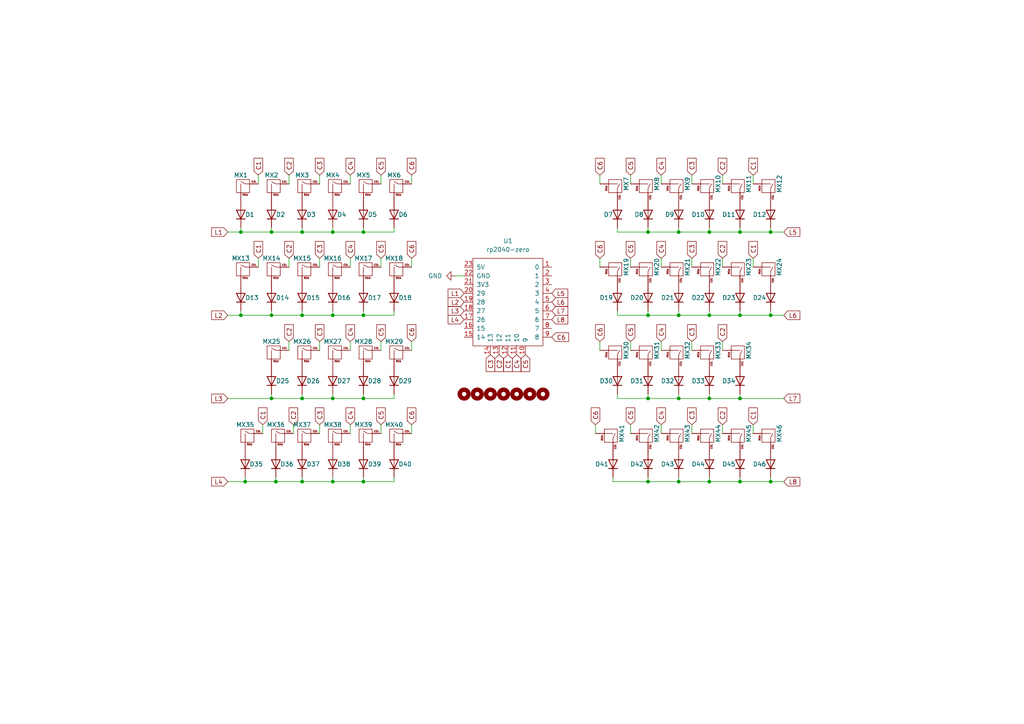
<source format=kicad_sch>
(kicad_sch (version 20230121) (generator eeschema)
  (paper "A4")
  (lib_symbols
    (symbol "Diode:1N4148" (pin_numbers hide) (pin_names hide)
      (property "Reference" "D" (at 0 2.54 0))
      (property "Value" "1N4148" (at 0 -2.54 0))
      (symbol "1N4148_0_1"
        (polyline (pts (xy -1.27 1.27) (xy -1.27 -1.27)) (stroke (width 0.254)))
        (polyline (pts (xy 1.27 0) (xy -1.27 0)))
        (polyline (pts (xy 1.27 1.27) (xy 1.27 -1.27) (xy -1.27 0) (xy 1.27 1.27)) (stroke (width 0.254)))
      )
      (symbol "1N4148_1_1"
        (pin passive line (at -3.81 0 0) (length 2.54) (name "K") (number "1"))
        (pin passive line (at 3.81 0 180) (length 2.54) (name "A") (number "2"))
      )
    )
    (symbol "Mechanical:MountingHole" (pin_names (offset 1.016))
      (property "Reference" "H" (at 0 5.08 0))
      (property "Value" "MountingHole" (at 0 3.175 0))
      (symbol "MountingHole_0_1"
        (circle (center 0 0) (radius 1.27) (stroke (width 1.27)))
      )
    )
    (symbol "PCM_0xcb:MX" (pin_names (offset 1.016))
      (property "Reference" "MX" (at -0.635 1.905 0))
      (property "Value" "MX" (at 0.635 0.635 0))
      (symbol "MX_1_0"
        (text "COL" (at 2.54 0.635 0) (effects (font (size 0.508 0.508))))
      )
      (symbol "MX_1_1"
        (polyline (pts (xy -1.27 -2.54) (xy -1.27 0)))
        (polyline (pts (xy 1.27 0) (xy 0 0) (xy -1.27 0.635)))
        (polyline (pts (xy -2.54 1.27) (xy 1.27 1.27) (xy 1.27 -2.54) (xy -2.54 -2.54) (xy -2.54 1.27)))
        (text "ROW" (at 0 -3.175 0) (effects (font (size 0.508 0.508))))
        (pin passive line (at 3.81 0 180) (length 2.54) (name "COL") (number "1"))
        (pin passive line (at -1.27 -5.08 90) (length 2.54) (name "ROW") (number "2"))
      )
    )
    (symbol "_mcu:rp2040-zero" (pin_names (offset 1.016))
      (property "Reference" "U" (at 0 15.24 0))
      (property "Value" "rp2040-zero" (at 0 12.7 0))
      (symbol "rp2040-zero_0_1"
        (rectangle (start -10.16 11.43) (end 10.16 -13.97))
      )
      (symbol "rp2040-zero_1_1"
        (pin bidirectional line (at 12.7 8.89 180) (length 2.54) (name "0") (number "1"))
        (pin bidirectional line (at 5.08 -16.51 90) (length 2.54) (name "9") (number "10"))
        (pin bidirectional line (at 2.54 -16.51 90) (length 2.54) (name "10") (number "11"))
        (pin bidirectional line (at 0 -16.51 90) (length 2.54) (name "11") (number "12"))
        (pin bidirectional line (at -2.54 -16.51 90) (length 2.54) (name "12") (number "13"))
        (pin bidirectional line (at -5.08 -16.51 90) (length 2.54) (name "13") (number "14"))
        (pin bidirectional line (at -12.7 -11.43 0) (length 2.54) (name "14") (number "15"))
        (pin bidirectional line (at -12.7 -8.89 0) (length 2.54) (name "15") (number "16"))
        (pin bidirectional line (at -12.7 -6.35 0) (length 2.54) (name "26") (number "17"))
        (pin bidirectional line (at -12.7 -3.81 0) (length 2.54) (name "27") (number "18"))
        (pin bidirectional line (at -12.7 -1.27 0) (length 2.54) (name "28") (number "19"))
        (pin bidirectional line (at 12.7 6.35 180) (length 2.54) (name "1") (number "2"))
        (pin bidirectional line (at -12.7 1.27 0) (length 2.54) (name "29") (number "20"))
        (pin power_out line (at -12.7 3.81 0) (length 2.54) (name "3V3") (number "21"))
        (pin power_out line (at -12.7 6.35 0) (length 2.54) (name "GND") (number "22"))
        (pin power_out line (at -12.7 8.89 0) (length 2.54) (name "5V") (number "23"))
        (pin bidirectional line (at 12.7 3.81 180) (length 2.54) (name "2") (number "3"))
        (pin bidirectional line (at 12.7 1.27 180) (length 2.54) (name "3") (number "4"))
        (pin bidirectional line (at 12.7 -1.27 180) (length 2.54) (name "4") (number "5"))
        (pin bidirectional line (at 12.7 -3.81 180) (length 2.54) (name "5") (number "6"))
        (pin bidirectional line (at 12.7 -6.35 180) (length 2.54) (name "6") (number "7"))
        (pin bidirectional line (at 12.7 -8.89 180) (length 2.54) (name "7") (number "8"))
        (pin bidirectional line (at 12.7 -11.43 180) (length 2.54) (name "8") (number "9"))
      )
    )
    (symbol "power:GND" (power) (pin_names (offset 0))
      (property "Value" "GND" (at 0 -3.81 0))
      (symbol "GND_0_1"
        (polyline (pts (xy 0 0) (xy 0 -1.27) (xy 1.27 -1.27) (xy 0 -2.54) (xy -1.27 -1.27) (xy 0 -1.27)))
      )
      (symbol "GND_1_1"
        (pin power_in line (at 0 0 270) (length 0) hide (name "GND") (number "1"))
      )
    )
  )
  (junction (at 196.85 67.31))
  (junction (at 223.52 67.31))
  (junction (at 205.74 115.57))
  (junction (at 196.85 115.57))
  (junction (at 96.52 91.44))
  (junction (at 105.41 139.7))
  (junction (at 69.85 91.44))
  (junction (at 214.63 91.44))
  (junction (at 187.96 67.31))
  (junction (at 205.74 139.7))
  (junction (at 80.01 139.7))
  (junction (at 87.63 115.57))
  (junction (at 78.74 67.31))
  (junction (at 87.63 91.44))
  (junction (at 196.85 139.7))
  (junction (at 187.96 91.44))
  (junction (at 214.63 139.7))
  (junction (at 96.52 139.7))
  (junction (at 196.85 91.44))
  (junction (at 187.96 115.57))
  (junction (at 87.63 67.31))
  (junction (at 105.41 67.31))
  (junction (at 78.74 115.57))
  (junction (at 214.63 67.31))
  (junction (at 96.52 115.57))
  (junction (at 214.63 115.57))
  (junction (at 87.63 139.7))
  (junction (at 105.41 91.44))
  (junction (at 205.74 67.31))
  (junction (at 205.74 91.44))
  (junction (at 223.52 139.7))
  (junction (at 71.12 139.7))
  (junction (at 187.96 139.7))
  (junction (at 105.41 115.57))
  (junction (at 78.74 91.44))
  (junction (at 223.52 91.44))
  (junction (at 69.85 67.31))
  (junction (at 96.52 67.31))
  (wire (pts (xy 69.85 67.31) (xy 69.85 66.04)))
  (wire (pts (xy 80.01 139.7) (xy 87.63 139.7)))
  (wire (pts (xy 105.41 91.44) (xy 105.41 90.17)))
  (wire (pts (xy 85.09 123.19) (xy 85.09 125.73)))
  (wire (pts (xy 74.93 74.93) (xy 74.93 77.47)))
  (wire (pts (xy 196.85 91.44) (xy 187.96 91.44)))
  (wire (pts (xy 179.07 91.44) (xy 179.07 90.17)))
  (wire (pts (xy 87.63 139.7) (xy 87.63 138.43)))
  (wire (pts (xy 105.41 139.7) (xy 114.3 139.7)))
  (wire (pts (xy 114.3 139.7) (xy 114.3 138.43)))
  (wire (pts (xy 74.93 50.8) (xy 74.93 53.34)))
  (wire (pts (xy 101.6 50.8) (xy 101.6 53.34)))
  (wire (pts (xy 105.41 139.7) (xy 105.41 138.43)))
  (wire (pts (xy 172.72 123.19) (xy 172.72 125.73)))
  (wire (pts (xy 110.49 50.8) (xy 110.49 53.34)))
  (wire (pts (xy 96.52 67.31) (xy 105.41 67.31)))
  (wire (pts (xy 96.52 91.44) (xy 105.41 91.44)))
  (wire (pts (xy 92.71 50.8) (xy 92.71 53.34)))
  (wire (pts (xy 78.74 91.44) (xy 78.74 90.17)))
  (wire (pts (xy 214.63 67.31) (xy 205.74 67.31)))
  (wire (pts (xy 223.52 91.44) (xy 223.52 90.17)))
  (wire (pts (xy 196.85 67.31) (xy 196.85 66.04)))
  (wire (pts (xy 205.74 139.7) (xy 205.74 138.43)))
  (wire (pts (xy 205.74 139.7) (xy 214.63 139.7)))
  (wire (pts (xy 96.52 67.31) (xy 96.52 66.04)))
  (wire (pts (xy 119.38 50.8) (xy 119.38 53.34)))
  (wire (pts (xy 200.66 123.19) (xy 200.66 125.73)))
  (wire (pts (xy 218.44 50.8) (xy 218.44 53.34)))
  (wire (pts (xy 200.66 99.06) (xy 200.66 101.6)))
  (wire (pts (xy 92.71 74.93) (xy 92.71 77.47)))
  (wire (pts (xy 223.52 91.44) (xy 214.63 91.44)))
  (wire (pts (xy 200.66 50.8) (xy 200.66 53.34)))
  (wire (pts (xy 187.96 115.57) (xy 179.07 115.57)))
  (wire (pts (xy 214.63 91.44) (xy 214.63 90.17)))
  (wire (pts (xy 87.63 67.31) (xy 87.63 66.04)))
  (wire (pts (xy 214.63 115.57) (xy 214.63 114.3)))
  (wire (pts (xy 227.33 67.31) (xy 223.52 67.31)))
  (wire (pts (xy 105.41 115.57) (xy 105.41 114.3)))
  (wire (pts (xy 179.07 115.57) (xy 179.07 114.3)))
  (wire (pts (xy 78.74 67.31) (xy 78.74 66.04)))
  (wire (pts (xy 187.96 91.44) (xy 179.07 91.44)))
  (wire (pts (xy 218.44 123.19) (xy 218.44 125.73)))
  (wire (pts (xy 196.85 139.7) (xy 205.74 139.7)))
  (wire (pts (xy 179.07 67.31) (xy 179.07 66.04)))
  (wire (pts (xy 173.99 50.8) (xy 173.99 53.34)))
  (wire (pts (xy 66.04 115.57) (xy 78.74 115.57)))
  (wire (pts (xy 214.63 139.7) (xy 223.52 139.7)))
  (wire (pts (xy 80.01 139.7) (xy 80.01 138.43)))
  (wire (pts (xy 66.04 67.31) (xy 69.85 67.31)))
  (wire (pts (xy 96.52 139.7) (xy 105.41 139.7)))
  (wire (pts (xy 196.85 139.7) (xy 196.85 138.43)))
  (wire (pts (xy 209.55 123.19) (xy 209.55 125.73)))
  (wire (pts (xy 110.49 99.06) (xy 110.49 101.6)))
  (wire (pts (xy 92.71 99.06) (xy 92.71 101.6)))
  (wire (pts (xy 177.8 139.7) (xy 187.96 139.7)))
  (wire (pts (xy 114.3 115.57) (xy 114.3 114.3)))
  (wire (pts (xy 191.77 123.19) (xy 191.77 125.73)))
  (wire (pts (xy 214.63 67.31) (xy 214.63 66.04)))
  (wire (pts (xy 182.88 99.06) (xy 182.88 101.6)))
  (wire (pts (xy 78.74 67.31) (xy 87.63 67.31)))
  (wire (pts (xy 114.3 91.44) (xy 114.3 90.17)))
  (wire (pts (xy 209.55 99.06) (xy 209.55 101.6)))
  (wire (pts (xy 101.6 99.06) (xy 101.6 101.6)))
  (wire (pts (xy 71.12 139.7) (xy 80.01 139.7)))
  (wire (pts (xy 87.63 139.7) (xy 96.52 139.7)))
  (wire (pts (xy 196.85 139.7) (xy 187.96 139.7)))
  (wire (pts (xy 105.41 115.57) (xy 114.3 115.57)))
  (wire (pts (xy 223.52 139.7) (xy 227.33 139.7)))
  (wire (pts (xy 96.52 115.57) (xy 105.41 115.57)))
  (wire (pts (xy 132.08 80.01) (xy 134.62 80.01)))
  (wire (pts (xy 87.63 115.57) (xy 87.63 114.3)))
  (wire (pts (xy 87.63 67.31) (xy 96.52 67.31)))
  (wire (pts (xy 196.85 91.44) (xy 196.85 90.17)))
  (wire (pts (xy 223.52 139.7) (xy 223.52 138.43)))
  (wire (pts (xy 187.96 67.31) (xy 179.07 67.31)))
  (wire (pts (xy 78.74 115.57) (xy 87.63 115.57)))
  (wire (pts (xy 187.96 115.57) (xy 187.96 114.3)))
  (wire (pts (xy 101.6 74.93) (xy 101.6 77.47)))
  (wire (pts (xy 114.3 67.31) (xy 114.3 66.04)))
  (wire (pts (xy 87.63 91.44) (xy 96.52 91.44)))
  (wire (pts (xy 214.63 91.44) (xy 205.74 91.44)))
  (wire (pts (xy 187.96 139.7) (xy 187.96 138.43)))
  (wire (pts (xy 205.74 115.57) (xy 205.74 114.3)))
  (wire (pts (xy 182.88 74.93) (xy 182.88 77.47)))
  (wire (pts (xy 92.71 123.19) (xy 92.71 125.73)))
  (wire (pts (xy 83.82 74.93) (xy 83.82 77.47)))
  (wire (pts (xy 182.88 123.19) (xy 182.88 125.73)))
  (wire (pts (xy 191.77 99.06) (xy 191.77 101.6)))
  (wire (pts (xy 223.52 67.31) (xy 223.52 66.04)))
  (wire (pts (xy 196.85 115.57) (xy 187.96 115.57)))
  (wire (pts (xy 78.74 91.44) (xy 87.63 91.44)))
  (wire (pts (xy 96.52 139.7) (xy 96.52 138.43)))
  (wire (pts (xy 205.74 91.44) (xy 196.85 91.44)))
  (wire (pts (xy 209.55 74.93) (xy 209.55 77.47)))
  (wire (pts (xy 83.82 50.8) (xy 83.82 53.34)))
  (wire (pts (xy 173.99 99.06) (xy 173.99 101.6)))
  (wire (pts (xy 214.63 139.7) (xy 214.63 138.43)))
  (wire (pts (xy 110.49 74.93) (xy 110.49 77.47)))
  (wire (pts (xy 205.74 67.31) (xy 205.74 66.04)))
  (wire (pts (xy 76.2 123.19) (xy 76.2 125.73)))
  (wire (pts (xy 69.85 91.44) (xy 69.85 90.17)))
  (wire (pts (xy 69.85 91.44) (xy 78.74 91.44)))
  (wire (pts (xy 177.8 139.7) (xy 177.8 138.43)))
  (wire (pts (xy 78.74 115.57) (xy 78.74 114.3)))
  (wire (pts (xy 187.96 67.31) (xy 187.96 66.04)))
  (wire (pts (xy 66.04 91.44) (xy 69.85 91.44)))
  (wire (pts (xy 196.85 115.57) (xy 196.85 114.3)))
  (wire (pts (xy 87.63 91.44) (xy 87.63 90.17)))
  (wire (pts (xy 110.49 123.19) (xy 110.49 125.73)))
  (wire (pts (xy 96.52 91.44) (xy 96.52 90.17)))
  (wire (pts (xy 223.52 67.31) (xy 214.63 67.31)))
  (wire (pts (xy 191.77 74.93) (xy 191.77 77.47)))
  (wire (pts (xy 209.55 50.8) (xy 209.55 53.34)))
  (wire (pts (xy 87.63 115.57) (xy 96.52 115.57)))
  (wire (pts (xy 205.74 91.44) (xy 205.74 90.17)))
  (wire (pts (xy 101.6 123.19) (xy 101.6 125.73)))
  (wire (pts (xy 182.88 50.8) (xy 182.88 53.34)))
  (wire (pts (xy 214.63 115.57) (xy 205.74 115.57)))
  (wire (pts (xy 196.85 67.31) (xy 187.96 67.31)))
  (wire (pts (xy 105.41 67.31) (xy 114.3 67.31)))
  (wire (pts (xy 227.33 91.44) (xy 223.52 91.44)))
  (wire (pts (xy 187.96 91.44) (xy 187.96 90.17)))
  (wire (pts (xy 214.63 115.57) (xy 227.33 115.57)))
  (wire (pts (xy 83.82 99.06) (xy 83.82 101.6)))
  (wire (pts (xy 191.77 50.8) (xy 191.77 53.34)))
  (wire (pts (xy 119.38 99.06) (xy 119.38 101.6)))
  (wire (pts (xy 218.44 74.93) (xy 218.44 77.47)))
  (wire (pts (xy 105.41 91.44) (xy 114.3 91.44)))
  (wire (pts (xy 105.41 67.31) (xy 105.41 66.04)))
  (wire (pts (xy 205.74 67.31) (xy 196.85 67.31)))
  (wire (pts (xy 119.38 123.19) (xy 119.38 125.73)))
  (wire (pts (xy 173.99 74.93) (xy 173.99 77.47)))
  (wire (pts (xy 71.12 139.7) (xy 71.12 138.43)))
  (wire (pts (xy 69.85 67.31) (xy 78.74 67.31)))
  (wire (pts (xy 200.66 74.93) (xy 200.66 77.47)))
  (wire (pts (xy 119.38 74.93) (xy 119.38 77.47)))
  (wire (pts (xy 66.04 139.7) (xy 71.12 139.7)))
  (wire (pts (xy 96.52 115.57) (xy 96.52 114.3)))
  (wire (pts (xy 205.74 115.57) (xy 196.85 115.57)))
  (global_label "C4" (shape input) (at 149.86 102.87 270) (property "Intersheetrefs" "${INTERSHEET_REFS}" (effects hide)))
  (global_label "C1" (shape input) (at 147.32 102.87 270) (property "Intersheetrefs" "${INTERSHEET_REFS}" (effects hide)))
  (global_label "L1" (shape input) (at 66.04 67.31 180) (property "Intersheetrefs" "${INTERSHEET_REFS}" (effects hide)))
  (global_label "C2" (shape input) (at 83.82 99.06 90) (property "Intersheetrefs" "${INTERSHEET_REFS}" (effects hide)))
  (global_label "C6" (shape input) (at 119.38 99.06 90) (property "Intersheetrefs" "${INTERSHEET_REFS}" (effects hide)))
  (global_label "C4" (shape input) (at 191.77 74.93 90) (property "Intersheetrefs" "${INTERSHEET_REFS}" (effects hide)))
  (global_label "C6" (shape input) (at 173.99 74.93 90) (property "Intersheetrefs" "${INTERSHEET_REFS}" (effects hide)))
  (global_label "C1" (shape input) (at 218.44 74.93 90) (property "Intersheetrefs" "${INTERSHEET_REFS}" (effects hide)))
  (global_label "C1" (shape input) (at 218.44 123.19 90) (property "Intersheetrefs" "${INTERSHEET_REFS}" (effects hide)))
  (global_label "L7" (shape input) (at 227.33 115.57 0) (property "Intersheetrefs" "${INTERSHEET_REFS}" (effects hide)))
  (global_label "C5" (shape input) (at 110.49 123.19 90) (property "Intersheetrefs" "${INTERSHEET_REFS}" (effects hide)))
  (global_label "C2" (shape input) (at 85.09 123.19 90) (property "Intersheetrefs" "${INTERSHEET_REFS}" (effects hide)))
  (global_label "C1" (shape input) (at 218.44 50.8 90) (property "Intersheetrefs" "${INTERSHEET_REFS}" (effects hide)))
  (global_label "C1" (shape input) (at 76.2 123.19 90) (property "Intersheetrefs" "${INTERSHEET_REFS}" (effects hide)))
  (global_label "C3" (shape input) (at 92.71 99.06 90) (property "Intersheetrefs" "${INTERSHEET_REFS}" (effects hide)))
  (global_label "C6" (shape input) (at 119.38 123.19 90) (property "Intersheetrefs" "${INTERSHEET_REFS}" (effects hide)))
  (global_label "C6" (shape input) (at 173.99 50.8 90) (property "Intersheetrefs" "${INTERSHEET_REFS}" (effects hide)))
  (global_label "C3" (shape input) (at 92.71 74.93 90) (property "Intersheetrefs" "${INTERSHEET_REFS}" (effects hide)))
  (global_label "C6" (shape input) (at 172.72 123.19 90) (property "Intersheetrefs" "${INTERSHEET_REFS}" (effects hide)))
  (global_label "C5" (shape input) (at 152.4 102.87 270) (property "Intersheetrefs" "${INTERSHEET_REFS}" (effects hide)))
  (global_label "C2" (shape input) (at 209.55 99.06 90) (property "Intersheetrefs" "${INTERSHEET_REFS}" (effects hide)))
  (global_label "C5" (shape input) (at 182.88 74.93 90) (property "Intersheetrefs" "${INTERSHEET_REFS}" (effects hide)))
  (global_label "C2" (shape input) (at 144.78 102.87 270) (property "Intersheetrefs" "${INTERSHEET_REFS}" (effects hide)))
  (global_label "C3" (shape input) (at 92.71 50.8 90) (property "Intersheetrefs" "${INTERSHEET_REFS}" (effects hide)))
  (global_label "L6" (shape input) (at 160.02 87.63 0) (property "Intersheetrefs" "${INTERSHEET_REFS}" (effects hide)))
  (global_label "C3" (shape input) (at 142.24 102.87 270) (property "Intersheetrefs" "${INTERSHEET_REFS}" (effects hide)))
  (global_label "C3" (shape input) (at 200.66 74.93 90) (property "Intersheetrefs" "${INTERSHEET_REFS}" (effects hide)))
  (global_label "C4" (shape input) (at 191.77 123.19 90) (property "Intersheetrefs" "${INTERSHEET_REFS}" (effects hide)))
  (global_label "C2" (shape input) (at 209.55 123.19 90) (property "Intersheetrefs" "${INTERSHEET_REFS}" (effects hide)))
  (global_label "C2" (shape input) (at 209.55 74.93 90) (property "Intersheetrefs" "${INTERSHEET_REFS}" (effects hide)))
  (global_label "C3" (shape input) (at 200.66 50.8 90) (property "Intersheetrefs" "${INTERSHEET_REFS}" (effects hide)))
  (global_label "C5" (shape input) (at 182.88 99.06 90) (property "Intersheetrefs" "${INTERSHEET_REFS}" (effects hide)))
  (global_label "C2" (shape input) (at 209.55 50.8 90) (property "Intersheetrefs" "${INTERSHEET_REFS}" (effects hide)))
  (global_label "C6" (shape input) (at 119.38 74.93 90) (property "Intersheetrefs" "${INTERSHEET_REFS}" (effects hide)))
  (global_label "L1" (shape input) (at 134.62 85.09 180) (property "Intersheetrefs" "${INTERSHEET_REFS}" (effects hide)))
  (global_label "C6" (shape input) (at 119.38 50.8 90) (property "Intersheetrefs" "${INTERSHEET_REFS}" (effects hide)))
  (global_label "C5" (shape input) (at 110.49 99.06 90) (property "Intersheetrefs" "${INTERSHEET_REFS}" (effects hide)))
  (global_label "C3" (shape input) (at 200.66 99.06 90) (property "Intersheetrefs" "${INTERSHEET_REFS}" (effects hide)))
  (global_label "C4" (shape input) (at 101.6 123.19 90) (property "Intersheetrefs" "${INTERSHEET_REFS}" (effects hide)))
  (global_label "L4" (shape input) (at 66.04 139.7 180) (property "Intersheetrefs" "${INTERSHEET_REFS}" (effects hide)))
  (global_label "C1" (shape input) (at 74.93 74.93 90) (property "Intersheetrefs" "${INTERSHEET_REFS}" (effects hide)))
  (global_label "L4" (shape input) (at 134.62 92.71 180) (property "Intersheetrefs" "${INTERSHEET_REFS}" (effects hide)))
  (global_label "C6" (shape input) (at 160.02 97.79 0) (property "Intersheetrefs" "${INTERSHEET_REFS}" (effects hide)))
  (global_label "C4" (shape input) (at 101.6 74.93 90) (property "Intersheetrefs" "${INTERSHEET_REFS}" (effects hide)))
  (global_label "L2" (shape input) (at 134.62 87.63 180) (property "Intersheetrefs" "${INTERSHEET_REFS}" (effects hide)))
  (global_label "C3" (shape input) (at 92.71 123.19 90) (property "Intersheetrefs" "${INTERSHEET_REFS}" (effects hide)))
  (global_label "C4" (shape input) (at 101.6 99.06 90) (property "Intersheetrefs" "${INTERSHEET_REFS}" (effects hide)))
  (global_label "C4" (shape input) (at 101.6 50.8 90) (property "Intersheetrefs" "${INTERSHEET_REFS}" (effects hide)))
  (global_label "L5" (shape input) (at 227.33 67.31 0) (property "Intersheetrefs" "${INTERSHEET_REFS}" (effects hide)))
  (global_label "L3" (shape input) (at 66.04 115.57 180) (property "Intersheetrefs" "${INTERSHEET_REFS}" (effects hide)))
  (global_label "C6" (shape input) (at 173.99 99.06 90) (property "Intersheetrefs" "${INTERSHEET_REFS}" (effects hide)))
  (global_label "L3" (shape input) (at 134.62 90.17 180) (property "Intersheetrefs" "${INTERSHEET_REFS}" (effects hide)))
  (global_label "L6" (shape input) (at 227.33 91.44 0) (property "Intersheetrefs" "${INTERSHEET_REFS}" (effects hide)))
  (global_label "L8" (shape input) (at 227.33 139.7 0) (property "Intersheetrefs" "${INTERSHEET_REFS}" (effects hide)))
  (global_label "C2" (shape input) (at 83.82 50.8 90) (property "Intersheetrefs" "${INTERSHEET_REFS}" (effects hide)))
  (global_label "L8" (shape input) (at 160.02 92.71 0) (property "Intersheetrefs" "${INTERSHEET_REFS}" (effects hide)))
  (global_label "C1" (shape input) (at 74.93 50.8 90) (property "Intersheetrefs" "${INTERSHEET_REFS}" (effects hide)))
  (global_label "C5" (shape input) (at 182.88 123.19 90) (property "Intersheetrefs" "${INTERSHEET_REFS}" (effects hide)))
  (global_label "C5" (shape input) (at 110.49 74.93 90) (property "Intersheetrefs" "${INTERSHEET_REFS}" (effects hide)))
  (global_label "L7" (shape input) (at 160.02 90.17 0) (property "Intersheetrefs" "${INTERSHEET_REFS}" (effects hide)))
  (global_label "C3" (shape input) (at 200.66 123.19 90) (property "Intersheetrefs" "${INTERSHEET_REFS}" (effects hide)))
  (global_label "L2" (shape input) (at 66.04 91.44 180) (property "Intersheetrefs" "${INTERSHEET_REFS}" (effects hide)))
  (global_label "C4" (shape input) (at 191.77 50.8 90) (property "Intersheetrefs" "${INTERSHEET_REFS}" (effects hide)))
  (global_label "C2" (shape input) (at 83.82 74.93 90) (property "Intersheetrefs" "${INTERSHEET_REFS}" (effects hide)))
  (global_label "C5" (shape input) (at 110.49 50.8 90) (property "Intersheetrefs" "${INTERSHEET_REFS}" (effects hide)))
  (global_label "C4" (shape input) (at 191.77 99.06 90) (property "Intersheetrefs" "${INTERSHEET_REFS}" (effects hide)))
  (global_label "C5" (shape input) (at 182.88 50.8 90) (property "Intersheetrefs" "${INTERSHEET_REFS}" (effects hide)))
  (global_label "L5" (shape input) (at 160.02 85.09 0) (property "Intersheetrefs" "${INTERSHEET_REFS}" (effects hide)))
  (symbol (lib_id "Diode:1N4148") (at 214.63 134.62 270) (mirror x) (unit 1)
    (property "Reference" "D45" (at 213.36 134.62 90) (effects (justify right)))
    (property "Value" "1N4148" (effects hide))
    (property "Footprint" "Diode_THT:D_DO-35_SOD27_P7.62mm_Horizontal" (effects hide))
    (property "Datasheet" "https://assets.nexperia.com/documents/data-sheet/1N4148_1N4448.pdf" (effects hide))
    (property "Sim.Device" "D" (effects hide))
    (property "Sim.Pins" "1=K 2=A" (effects hide))
  )
  (symbol (lib_id "Diode:1N4148") (at 87.63 62.23 90) (unit 1)
    (property "Reference" "D3" (at 88.9 62.23 90) (effects (justify right)))
    (property "Value" "1N4148" (effects hide))
    (property "Footprint" "Diode_THT:D_DO-35_SOD27_P7.62mm_Horizontal" (effects hide))
    (property "Datasheet" "https://assets.nexperia.com/documents/data-sheet/1N4148_1N4448.pdf" (effects hide))
    (property "Sim.Device" "D" (effects hide))
    (property "Sim.Pins" "1=K 2=A" (effects hide))
  )
  (symbol (lib_id "Diode:1N4148") (at 105.41 62.23 90) (unit 1)
    (property "Reference" "D5" (at 106.68 62.23 90) (effects (justify right)))
    (property "Value" "1N4148" (effects hide))
    (property "Footprint" "Diode_THT:D_DO-35_SOD27_P7.62mm_Horizontal" (effects hide))
    (property "Datasheet" "https://assets.nexperia.com/documents/data-sheet/1N4148_1N4448.pdf" (effects hide))
    (property "Sim.Device" "D" (effects hide))
    (property "Sim.Pins" "1=K 2=A" (effects hide))
  )
  (symbol (lib_id "PCM_0xcb:MX") (at 80.01 77.47 0) (unit 1)
    (property "Reference" "MX14" (at 78.74 74.93 0))
    (property "Value" "MX" (effects hide))
    (property "Footprint" "_mx:MX-Alps-Hybrid-1U" (effects hide))
  )
  (symbol (lib_id "Diode:1N4148") (at 187.96 62.23 270) (mirror x) (unit 1)
    (property "Reference" "D8" (at 186.69 62.23 90) (effects (justify right)))
    (property "Value" "1N4148" (effects hide))
    (property "Footprint" "Diode_THT:D_DO-35_SOD27_P7.62mm_Horizontal" (effects hide))
    (property "Datasheet" "https://assets.nexperia.com/documents/data-sheet/1N4148_1N4448.pdf" (effects hide))
    (property "Sim.Device" "D" (effects hide))
    (property "Sim.Pins" "1=K 2=A" (effects hide))
  )
  (symbol (lib_id "Diode:1N4148") (at 87.63 110.49 90) (unit 1)
    (property "Reference" "D26" (at 88.9 110.49 90) (effects (justify right)))
    (property "Value" "1N4148" (effects hide))
    (property "Footprint" "Diode_THT:D_DO-35_SOD27_P7.62mm_Horizontal" (effects hide))
    (property "Datasheet" "https://assets.nexperia.com/documents/data-sheet/1N4148_1N4448.pdf" (effects hide))
    (property "Sim.Device" "D" (effects hide))
    (property "Sim.Pins" "1=K 2=A" (effects hide))
  )
  (symbol (lib_id "Diode:1N4148") (at 187.96 110.49 270) (mirror x) (unit 1)
    (property "Reference" "D31" (at 186.69 110.49 90) (effects (justify right)))
    (property "Value" "1N4148" (effects hide))
    (property "Footprint" "Diode_THT:D_DO-35_SOD27_P7.62mm_Horizontal" (effects hide))
    (property "Datasheet" "https://assets.nexperia.com/documents/data-sheet/1N4148_1N4448.pdf" (effects hide))
    (property "Sim.Device" "D" (effects hide))
    (property "Sim.Pins" "1=K 2=A" (effects hide))
  )
  (symbol (lib_id "PCM_0xcb:MX") (at 205.74 102.87 270) (unit 1)
    (property "Reference" "MX33" (at 208.28 101.6 0))
    (property "Value" "MX" (effects hide))
    (property "Footprint" "_mx:MX-Alps-Hybrid-1U" (effects hide))
  )
  (symbol (lib_id "Diode:1N4148") (at 87.63 134.62 90) (unit 1)
    (property "Reference" "D37" (at 88.9 134.62 90) (effects (justify right)))
    (property "Value" "1N4148" (effects hide))
    (property "Footprint" "Diode_THT:D_DO-35_SOD27_P7.62mm_Horizontal" (effects hide))
    (property "Datasheet" "https://assets.nexperia.com/documents/data-sheet/1N4148_1N4448.pdf" (effects hide))
    (property "Sim.Device" "D" (effects hide))
    (property "Sim.Pins" "1=K 2=A" (effects hide))
  )
  (symbol (lib_id "Diode:1N4148") (at 214.63 110.49 270) (mirror x) (unit 1)
    (property "Reference" "D34" (at 213.36 110.49 90) (effects (justify right)))
    (property "Value" "1N4148" (effects hide))
    (property "Footprint" "Diode_THT:D_DO-35_SOD27_P7.62mm_Horizontal" (effects hide))
    (property "Datasheet" "https://assets.nexperia.com/documents/data-sheet/1N4148_1N4448.pdf" (effects hide))
    (property "Sim.Device" "D" (effects hide))
    (property "Sim.Pins" "1=K 2=A" (effects hide))
  )
  (symbol (lib_id "PCM_0xcb:MX") (at 81.28 125.73 0) (unit 1)
    (property "Reference" "MX36" (at 80.01 123.19 0))
    (property "Value" "MX" (effects hide))
    (property "Footprint" "_mx:MX-Alps-Hybrid-1U" (effects hide))
  )
  (symbol (lib_id "PCM_0xcb:MX") (at 214.63 78.74 270) (unit 1)
    (property "Reference" "MX23" (at 217.17 77.47 0))
    (property "Value" "MX" (effects hide))
    (property "Footprint" "_mx:MX-Alps-Hybrid-1U" (effects hide))
  )
  (symbol (lib_id "Diode:1N4148") (at 214.63 62.23 270) (mirror x) (unit 1)
    (property "Reference" "D11" (at 213.36 62.23 90) (effects (justify right)))
    (property "Value" "1N4148" (effects hide))
    (property "Footprint" "Diode_THT:D_DO-35_SOD27_P7.62mm_Horizontal" (effects hide))
    (property "Datasheet" "https://assets.nexperia.com/documents/data-sheet/1N4148_1N4448.pdf" (effects hide))
    (property "Sim.Device" "D" (effects hide))
    (property "Sim.Pins" "1=K 2=A" (effects hide))
  )
  (symbol (lib_id "Diode:1N4148") (at 78.74 86.36 90) (unit 1)
    (property "Reference" "D14" (at 80.01 86.36 90) (effects (justify right)))
    (property "Value" "1N4148" (effects hide))
    (property "Footprint" "Diode_THT:D_DO-35_SOD27_P7.62mm_Horizontal" (effects hide))
    (property "Datasheet" "https://assets.nexperia.com/documents/data-sheet/1N4148_1N4448.pdf" (effects hide))
    (property "Sim.Device" "D" (effects hide))
    (property "Sim.Pins" "1=K 2=A" (effects hide))
  )
  (symbol (lib_id "Diode:1N4148") (at 214.63 86.36 270) (mirror x) (unit 1)
    (property "Reference" "D23" (at 213.36 86.36 90) (effects (justify right)))
    (property "Value" "1N4148" (effects hide))
    (property "Footprint" "Diode_THT:D_DO-35_SOD27_P7.62mm_Horizontal" (effects hide))
    (property "Datasheet" "https://assets.nexperia.com/documents/data-sheet/1N4148_1N4448.pdf" (effects hide))
    (property "Sim.Device" "D" (effects hide))
    (property "Sim.Pins" "1=K 2=A" (effects hide))
  )
  (symbol (lib_id "power:GND") (at 132.08 80.01 270) (unit 1)
    (property "Reference" "#PWR01" (effects hide))
    (property "Value" "GND" (at 128.27 80.01 90) (effects (justify right)))
  )
  (symbol (lib_id "PCM_0xcb:MX") (at 179.07 78.74 270) (unit 1)
    (property "Reference" "MX19" (at 181.61 77.47 0))
    (property "Value" "MX" (effects hide))
    (property "Footprint" "_mx:MX-Alps-Hybrid-1U" (effects hide))
  )
  (symbol (lib_id "Diode:1N4148") (at 196.85 134.62 270) (mirror x) (unit 1)
    (property "Reference" "D43" (at 195.58 134.62 90) (effects (justify right)))
    (property "Value" "1N4148" (effects hide))
    (property "Footprint" "Diode_THT:D_DO-35_SOD27_P7.62mm_Horizontal" (effects hide))
    (property "Datasheet" "https://assets.nexperia.com/documents/data-sheet/1N4148_1N4448.pdf" (effects hide))
    (property "Sim.Device" "D" (effects hide))
    (property "Sim.Pins" "1=K 2=A" (effects hide))
  )
  (symbol (lib_id "Diode:1N4148") (at 179.07 86.36 270) (mirror x) (unit 1)
    (property "Reference" "D19" (at 177.8 86.36 90) (effects (justify right)))
    (property "Value" "1N4148" (effects hide))
    (property "Footprint" "Diode_THT:D_DO-35_SOD27_P7.62mm_Horizontal" (effects hide))
    (property "Datasheet" "https://assets.nexperia.com/documents/data-sheet/1N4148_1N4448.pdf" (effects hide))
    (property "Sim.Device" "D" (effects hide))
    (property "Sim.Pins" "1=K 2=A" (effects hide))
  )
  (symbol (lib_id "Diode:1N4148") (at 205.74 134.62 270) (mirror x) (unit 1)
    (property "Reference" "D44" (at 204.47 134.62 90) (effects (justify right)))
    (property "Value" "1N4148" (effects hide))
    (property "Footprint" "Diode_THT:D_DO-35_SOD27_P7.62mm_Horizontal" (effects hide))
    (property "Datasheet" "https://assets.nexperia.com/documents/data-sheet/1N4148_1N4448.pdf" (effects hide))
    (property "Sim.Device" "D" (effects hide))
    (property "Sim.Pins" "1=K 2=A" (effects hide))
  )
  (symbol (lib_id "Diode:1N4148") (at 69.85 62.23 90) (unit 1)
    (property "Reference" "D1" (at 71.12 62.23 90) (effects (justify right)))
    (property "Value" "1N4148" (effects hide))
    (property "Footprint" "Diode_THT:D_DO-35_SOD27_P7.62mm_Horizontal" (effects hide))
    (property "Datasheet" "https://assets.nexperia.com/documents/data-sheet/1N4148_1N4448.pdf" (effects hide))
    (property "Sim.Device" "D" (effects hide))
    (property "Sim.Pins" "1=K 2=A" (effects hide))
  )
  (symbol (lib_id "Diode:1N4148") (at 196.85 62.23 270) (mirror x) (unit 1)
    (property "Reference" "D9" (at 195.58 62.23 90) (effects (justify right)))
    (property "Value" "1N4148" (effects hide))
    (property "Footprint" "Diode_THT:D_DO-35_SOD27_P7.62mm_Horizontal" (effects hide))
    (property "Datasheet" "https://assets.nexperia.com/documents/data-sheet/1N4148_1N4448.pdf" (effects hide))
    (property "Sim.Device" "D" (effects hide))
    (property "Sim.Pins" "1=K 2=A" (effects hide))
  )
  (symbol (lib_id "Diode:1N4148") (at 69.85 86.36 90) (unit 1)
    (property "Reference" "D13" (at 71.12 86.36 90) (effects (justify right)))
    (property "Value" "1N4148" (effects hide))
    (property "Footprint" "Diode_THT:D_DO-35_SOD27_P7.62mm_Horizontal" (effects hide))
    (property "Datasheet" "https://assets.nexperia.com/documents/data-sheet/1N4148_1N4448.pdf" (effects hide))
    (property "Sim.Device" "D" (effects hide))
    (property "Sim.Pins" "1=K 2=A" (effects hide))
  )
  (symbol (lib_id "Diode:1N4148") (at 114.3 110.49 90) (unit 1)
    (property "Reference" "D29" (at 115.57 110.49 90) (effects (justify right)))
    (property "Value" "1N4148" (effects hide))
    (property "Footprint" "Diode_THT:D_DO-35_SOD27_P7.62mm_Horizontal" (effects hide))
    (property "Datasheet" "https://assets.nexperia.com/documents/data-sheet/1N4148_1N4448.pdf" (effects hide))
    (property "Sim.Device" "D" (effects hide))
    (property "Sim.Pins" "1=K 2=A" (effects hide))
  )
  (symbol (lib_id "PCM_0xcb:MX") (at 205.74 78.74 270) (unit 1)
    (property "Reference" "MX22" (at 208.28 77.47 0))
    (property "Value" "MX" (effects hide))
    (property "Footprint" "_mx:MX-Alps-Hybrid-1U" (effects hide))
  )
  (symbol (lib_id "Diode:1N4148") (at 71.12 134.62 90) (unit 1)
    (property "Reference" "D35" (at 72.39 134.62 90) (effects (justify right)))
    (property "Value" "1N4148" (effects hide))
    (property "Footprint" "Diode_THT:D_DO-35_SOD27_P7.62mm_Horizontal" (effects hide))
    (property "Datasheet" "https://assets.nexperia.com/documents/data-sheet/1N4148_1N4448.pdf" (effects hide))
    (property "Sim.Device" "D" (effects hide))
    (property "Sim.Pins" "1=K 2=A" (effects hide))
  )
  (symbol (lib_id "PCM_0xcb:MX") (at 88.9 125.73 0) (unit 1)
    (property "Reference" "MX37" (at 87.63 123.19 0))
    (property "Value" "MX" (effects hide))
    (property "Footprint" "_mx:MX-Alps-Hybrid-1U" (effects hide))
  )
  (symbol (lib_id "Mechanical:MountingHole") (at 157.48 114.3 0) (unit 1)
    (property "Reference" "H7" (effects hide))
    (property "Value" "MountingHole" (effects hide))
    (property "Footprint" "MountingHole:MountingHole_2.2mm_M2" (effects hide))
  )
  (symbol (lib_id "PCM_0xcb:MX") (at 205.74 54.61 270) (unit 1)
    (property "Reference" "MX10" (at 208.28 53.34 0))
    (property "Value" "MX" (effects hide))
    (property "Footprint" "_mx:MX-Alps-Hybrid-1U" (effects hide))
  )
  (symbol (lib_id "PCM_0xcb:MX") (at 80.01 101.6 0) (unit 1)
    (property "Reference" "MX25" (at 78.74 99.06 0))
    (property "Value" "MX" (effects hide))
    (property "Footprint" "_mx:MX-Alps-Hybrid-1U" (effects hide))
  )
  (symbol (lib_id "PCM_0xcb:MX") (at 223.52 78.74 270) (unit 1)
    (property "Reference" "MX24" (at 226.06 77.47 0))
    (property "Value" "MX" (effects hide))
    (property "Footprint" "_mx:MX-Alps-Hybrid-1U" (effects hide))
  )
  (symbol (lib_id "PCM_0xcb:MX") (at 97.79 53.34 0) (unit 1)
    (property "Reference" "MX4" (at 96.52 50.8 0))
    (property "Value" "MX" (effects hide))
    (property "Footprint" "_mx:MX-Alps-Hybrid-1U" (effects hide))
  )
  (symbol (lib_id "Diode:1N4148") (at 205.74 110.49 270) (mirror x) (unit 1)
    (property "Reference" "D33" (at 204.47 110.49 90) (effects (justify right)))
    (property "Value" "1N4148" (effects hide))
    (property "Footprint" "Diode_THT:D_DO-35_SOD27_P7.62mm_Horizontal" (effects hide))
    (property "Datasheet" "https://assets.nexperia.com/documents/data-sheet/1N4148_1N4448.pdf" (effects hide))
    (property "Sim.Device" "D" (effects hide))
    (property "Sim.Pins" "1=K 2=A" (effects hide))
  )
  (symbol (lib_id "Diode:1N4148") (at 205.74 62.23 270) (mirror x) (unit 1)
    (property "Reference" "D10" (at 204.47 62.23 90) (effects (justify right)))
    (property "Value" "1N4148" (effects hide))
    (property "Footprint" "Diode_THT:D_DO-35_SOD27_P7.62mm_Horizontal" (effects hide))
    (property "Datasheet" "https://assets.nexperia.com/documents/data-sheet/1N4148_1N4448.pdf" (effects hide))
    (property "Sim.Device" "D" (effects hide))
    (property "Sim.Pins" "1=K 2=A" (effects hide))
  )
  (symbol (lib_id "Mechanical:MountingHole") (at 138.43 114.3 0) (unit 1)
    (property "Reference" "H2" (effects hide))
    (property "Value" "MountingHole" (effects hide))
    (property "Footprint" "MountingHole:MountingHole_2.2mm_M2" (effects hide))
  )
  (symbol (lib_id "Diode:1N4148") (at 105.41 86.36 90) (unit 1)
    (property "Reference" "D17" (at 106.68 86.36 90) (effects (justify right)))
    (property "Value" "1N4148" (effects hide))
    (property "Footprint" "Diode_THT:D_DO-35_SOD27_P7.62mm_Horizontal" (effects hide))
    (property "Datasheet" "https://assets.nexperia.com/documents/data-sheet/1N4148_1N4448.pdf" (effects hide))
    (property "Sim.Device" "D" (effects hide))
    (property "Sim.Pins" "1=K 2=A" (effects hide))
  )
  (symbol (lib_id "Diode:1N4148") (at 179.07 110.49 270) (mirror x) (unit 1)
    (property "Reference" "D30" (at 177.8 110.49 90) (effects (justify right)))
    (property "Value" "1N4148" (effects hide))
    (property "Footprint" "Diode_THT:D_DO-35_SOD27_P7.62mm_Horizontal" (effects hide))
    (property "Datasheet" "https://assets.nexperia.com/documents/data-sheet/1N4148_1N4448.pdf" (effects hide))
    (property "Sim.Device" "D" (effects hide))
    (property "Sim.Pins" "1=K 2=A" (effects hide))
  )
  (symbol (lib_id "Mechanical:MountingHole") (at 134.62 114.3 0) (unit 1)
    (property "Reference" "H1" (effects hide))
    (property "Value" "MountingHole" (effects hide))
    (property "Footprint" "MountingHole:MountingHole_2.2mm_M2" (effects hide))
  )
  (symbol (lib_id "PCM_0xcb:MX") (at 106.68 101.6 0) (unit 1)
    (property "Reference" "MX28" (at 105.41 99.06 0))
    (property "Value" "MX" (effects hide))
    (property "Footprint" "_mx:MX-Alps-Hybrid-1U" (effects hide))
  )
  (symbol (lib_id "PCM_0xcb:MX") (at 88.9 53.34 0) (unit 1)
    (property "Reference" "MX3" (at 87.63 50.8 0))
    (property "Value" "MX" (effects hide))
    (property "Footprint" "_mx:MX-Alps-Hybrid-1U" (effects hide))
  )
  (symbol (lib_id "PCM_0xcb:MX") (at 196.85 127 270) (unit 1)
    (property "Reference" "MX43" (at 199.39 125.73 0))
    (property "Value" "MX" (effects hide))
    (property "Footprint" "_mx:MX-Alps-Hybrid-1U" (effects hide))
  )
  (symbol (lib_id "Diode:1N4148") (at 223.52 134.62 270) (mirror x) (unit 1)
    (property "Reference" "D46" (at 222.25 134.62 90) (effects (justify right)))
    (property "Value" "1N4148" (effects hide))
    (property "Footprint" "Diode_THT:D_DO-35_SOD27_P7.62mm_Horizontal" (effects hide))
    (property "Datasheet" "https://assets.nexperia.com/documents/data-sheet/1N4148_1N4448.pdf" (effects hide))
    (property "Sim.Device" "D" (effects hide))
    (property "Sim.Pins" "1=K 2=A" (effects hide))
  )
  (symbol (lib_id "PCM_0xcb:MX") (at 205.74 127 270) (unit 1)
    (property "Reference" "MX44" (at 208.28 125.73 0))
    (property "Value" "MX" (effects hide))
    (property "Footprint" "_mx:MX-Alps-Hybrid-1U" (effects hide))
  )
  (symbol (lib_id "PCM_0xcb:MX") (at 88.9 101.6 0) (unit 1)
    (property "Reference" "MX26" (at 87.63 99.06 0))
    (property "Value" "MX" (effects hide))
    (property "Footprint" "_mx:MX-Alps-Hybrid-1U" (effects hide))
  )
  (symbol (lib_id "Diode:1N4148") (at 177.8 134.62 270) (mirror x) (unit 1)
    (property "Reference" "D41" (at 176.53 134.62 90) (effects (justify right)))
    (property "Value" "1N4148" (effects hide))
    (property "Footprint" "Diode_THT:D_DO-35_SOD27_P7.62mm_Horizontal" (effects hide))
    (property "Datasheet" "https://assets.nexperia.com/documents/data-sheet/1N4148_1N4448.pdf" (effects hide))
    (property "Sim.Device" "D" (effects hide))
    (property "Sim.Pins" "1=K 2=A" (effects hide))
  )
  (symbol (lib_id "PCM_0xcb:MX") (at 71.12 77.47 0) (unit 1)
    (property "Reference" "MX13" (at 69.85 74.93 0))
    (property "Value" "MX" (effects hide))
    (property "Footprint" "_mx:MX-Alps-Hybrid-1U" (effects hide))
  )
  (symbol (lib_id "PCM_0xcb:MX") (at 177.8 127 270) (unit 1)
    (property "Reference" "MX41" (at 180.34 125.73 0))
    (property "Value" "MX" (effects hide))
    (property "Footprint" "_mx:MX-Alps-Hybrid-1U" (effects hide))
  )
  (symbol (lib_id "PCM_0xcb:MX") (at 106.68 53.34 0) (unit 1)
    (property "Reference" "MX5" (at 105.41 50.8 0))
    (property "Value" "MX" (effects hide))
    (property "Footprint" "_mx:MX-Alps-Hybrid-1U" (effects hide))
  )
  (symbol (lib_id "Diode:1N4148") (at 196.85 110.49 270) (mirror x) (unit 1)
    (property "Reference" "D32" (at 195.58 110.49 90) (effects (justify right)))
    (property "Value" "1N4148" (effects hide))
    (property "Footprint" "Diode_THT:D_DO-35_SOD27_P7.62mm_Horizontal" (effects hide))
    (property "Datasheet" "https://assets.nexperia.com/documents/data-sheet/1N4148_1N4448.pdf" (effects hide))
    (property "Sim.Device" "D" (effects hide))
    (property "Sim.Pins" "1=K 2=A" (effects hide))
  )
  (symbol (lib_id "PCM_0xcb:MX") (at 88.9 77.47 0) (unit 1)
    (property "Reference" "MX15" (at 87.63 74.93 0))
    (property "Value" "MX" (effects hide))
    (property "Footprint" "_mx:MX-Alps-Hybrid-1U" (effects hide))
  )
  (symbol (lib_id "Diode:1N4148") (at 223.52 62.23 270) (mirror x) (unit 1)
    (property "Reference" "D12" (at 222.25 62.23 90) (effects (justify right)))
    (property "Value" "1N4148" (effects hide))
    (property "Footprint" "Diode_THT:D_DO-35_SOD27_P7.62mm_Horizontal" (effects hide))
    (property "Datasheet" "https://assets.nexperia.com/documents/data-sheet/1N4148_1N4448.pdf" (effects hide))
    (property "Sim.Device" "D" (effects hide))
    (property "Sim.Pins" "1=K 2=A" (effects hide))
  )
  (symbol (lib_id "PCM_0xcb:MX") (at 214.63 102.87 270) (unit 1)
    (property "Reference" "MX34" (at 217.17 101.6 0))
    (property "Value" "MX" (effects hide))
    (property "Footprint" "_mx:MX-Alps-Hybrid-1U" (effects hide))
  )
  (symbol (lib_id "PCM_0xcb:MX") (at 196.85 78.74 270) (unit 1)
    (property "Reference" "MX21" (at 199.39 77.47 0))
    (property "Value" "MX" (effects hide))
    (property "Footprint" "_mx:MX-Alps-Hybrid-1U" (effects hide))
  )
  (symbol (lib_id "Diode:1N4148") (at 105.41 110.49 90) (unit 1)
    (property "Reference" "D28" (at 106.68 110.49 90) (effects (justify right)))
    (property "Value" "1N4148" (effects hide))
    (property "Footprint" "Diode_THT:D_DO-35_SOD27_P7.62mm_Horizontal" (effects hide))
    (property "Datasheet" "https://assets.nexperia.com/documents/data-sheet/1N4148_1N4448.pdf" (effects hide))
    (property "Sim.Device" "D" (effects hide))
    (property "Sim.Pins" "1=K 2=A" (effects hide))
  )
  (symbol (lib_id "Mechanical:MountingHole") (at 146.05 114.3 0) (unit 1)
    (property "Reference" "H4" (effects hide))
    (property "Value" "MountingHole" (effects hide))
    (property "Footprint" "MountingHole:MountingHole_2.2mm_M2" (effects hide))
  )
  (symbol (lib_id "PCM_0xcb:MX") (at 115.57 125.73 0) (unit 1)
    (property "Reference" "MX40" (at 114.3 123.19 0))
    (property "Value" "MX" (effects hide))
    (property "Footprint" "_mx:MX-Alps-Hybrid-1U" (effects hide))
  )
  (symbol (lib_id "PCM_0xcb:MX") (at 115.57 77.47 0) (unit 1)
    (property "Reference" "MX18" (at 114.3 74.93 0))
    (property "Value" "MX" (effects hide))
    (property "Footprint" "_mx:MX-Alps-Hybrid-1U" (effects hide))
  )
  (symbol (lib_id "PCM_0xcb:MX") (at 97.79 77.47 0) (unit 1)
    (property "Reference" "MX16" (at 96.52 74.93 0))
    (property "Value" "MX" (effects hide))
    (property "Footprint" "_mx:MX-Alps-Hybrid-1U" (effects hide))
  )
  (symbol (lib_id "PCM_0xcb:MX") (at 187.96 127 270) (unit 1)
    (property "Reference" "MX42" (at 190.5 125.73 0))
    (property "Value" "MX" (effects hide))
    (property "Footprint" "_mx:MX-Alps-Hybrid-1U" (effects hide))
  )
  (symbol (lib_id "PCM_0xcb:MX") (at 179.07 54.61 270) (unit 1)
    (property "Reference" "MX7" (at 181.61 53.34 0))
    (property "Value" "MX" (effects hide))
    (property "Footprint" "_mx:MX-Alps-Hybrid-1U" (effects hide))
  )
  (symbol (lib_id "PCM_0xcb:MX") (at 115.57 101.6 0) (unit 1)
    (property "Reference" "MX29" (at 114.3 99.06 0))
    (property "Value" "MX" (effects hide))
    (property "Footprint" "_mx:MX-Alps-Hybrid-1U" (effects hide))
  )
  (symbol (lib_id "Diode:1N4148") (at 223.52 86.36 270) (mirror x) (unit 1)
    (property "Reference" "D24" (at 222.25 86.36 90) (effects (justify right)))
    (property "Value" "1N4148" (effects hide))
    (property "Footprint" "Diode_THT:D_DO-35_SOD27_P7.62mm_Horizontal" (effects hide))
    (property "Datasheet" "https://assets.nexperia.com/documents/data-sheet/1N4148_1N4448.pdf" (effects hide))
    (property "Sim.Device" "D" (effects hide))
    (property "Sim.Pins" "1=K 2=A" (effects hide))
  )
  (symbol (lib_id "Diode:1N4148") (at 187.96 134.62 270) (mirror x) (unit 1)
    (property "Reference" "D42" (at 186.69 134.62 90) (effects (justify right)))
    (property "Value" "1N4148" (effects hide))
    (property "Footprint" "Diode_THT:D_DO-35_SOD27_P7.62mm_Horizontal" (effects hide))
    (property "Datasheet" "https://assets.nexperia.com/documents/data-sheet/1N4148_1N4448.pdf" (effects hide))
    (property "Sim.Device" "D" (effects hide))
    (property "Sim.Pins" "1=K 2=A" (effects hide))
  )
  (symbol (lib_id "PCM_0xcb:MX") (at 179.07 102.87 270) (unit 1)
    (property "Reference" "MX30" (at 181.61 101.6 0))
    (property "Value" "MX" (effects hide))
    (property "Footprint" "_mx:MX-Alps-Hybrid-1U" (effects hide))
  )
  (symbol (lib_id "PCM_0xcb:MX") (at 196.85 54.61 270) (unit 1)
    (property "Reference" "MX9" (at 199.39 53.34 0))
    (property "Value" "MX" (effects hide))
    (property "Footprint" "_mx:MX-Alps-Hybrid-1U" (effects hide))
  )
  (symbol (lib_id "Diode:1N4148") (at 80.01 134.62 90) (unit 1)
    (property "Reference" "D36" (at 81.28 134.62 90) (effects (justify right)))
    (property "Value" "1N4148" (effects hide))
    (property "Footprint" "Diode_THT:D_DO-35_SOD27_P7.62mm_Horizontal" (effects hide))
    (property "Datasheet" "https://assets.nexperia.com/documents/data-sheet/1N4148_1N4448.pdf" (effects hide))
    (property "Sim.Device" "D" (effects hide))
    (property "Sim.Pins" "1=K 2=A" (effects hide))
  )
  (symbol (lib_id "Diode:1N4148") (at 87.63 86.36 90) (unit 1)
    (property "Reference" "D15" (at 88.9 86.36 90) (effects (justify right)))
    (property "Value" "1N4148" (effects hide))
    (property "Footprint" "Diode_THT:D_DO-35_SOD27_P7.62mm_Horizontal" (effects hide))
    (property "Datasheet" "https://assets.nexperia.com/documents/data-sheet/1N4148_1N4448.pdf" (effects hide))
    (property "Sim.Device" "D" (effects hide))
    (property "Sim.Pins" "1=K 2=A" (effects hide))
  )
  (symbol (lib_id "PCM_0xcb:MX") (at 106.68 77.47 0) (unit 1)
    (property "Reference" "MX17" (at 105.41 74.93 0))
    (property "Value" "MX" (effects hide))
    (property "Footprint" "_mx:MX-Alps-Hybrid-1U" (effects hide))
  )
  (symbol (lib_id "Diode:1N4148") (at 96.52 110.49 90) (unit 1)
    (property "Reference" "D27" (at 97.79 110.49 90) (effects (justify right)))
    (property "Value" "1N4148" (effects hide))
    (property "Footprint" "Diode_THT:D_DO-35_SOD27_P7.62mm_Horizontal" (effects hide))
    (property "Datasheet" "https://assets.nexperia.com/documents/data-sheet/1N4148_1N4448.pdf" (effects hide))
    (property "Sim.Device" "D" (effects hide))
    (property "Sim.Pins" "1=K 2=A" (effects hide))
  )
  (symbol (lib_id "PCM_0xcb:MX") (at 97.79 125.73 0) (unit 1)
    (property "Reference" "MX38" (at 96.52 123.19 0))
    (property "Value" "MX" (effects hide))
    (property "Footprint" "_mx:MX-Alps-Hybrid-1U" (effects hide))
  )
  (symbol (lib_id "Mechanical:MountingHole") (at 149.86 114.3 0) (unit 1)
    (property "Reference" "H5" (effects hide))
    (property "Value" "MountingHole" (effects hide))
    (property "Footprint" "MountingHole:MountingHole_2.2mm_M2" (effects hide))
  )
  (symbol (lib_id "PCM_0xcb:MX") (at 187.96 102.87 270) (unit 1)
    (property "Reference" "MX31" (at 190.5 101.6 0))
    (property "Value" "MX" (effects hide))
    (property "Footprint" "_mx:MX-Alps-Hybrid-1U" (effects hide))
  )
  (symbol (lib_id "PCM_0xcb:MX") (at 223.52 54.61 270) (unit 1)
    (property "Reference" "MX12" (at 226.06 53.34 0))
    (property "Value" "MX" (effects hide))
    (property "Footprint" "_mx:MX-Alps-Hybrid-1U" (effects hide))
  )
  (symbol (lib_id "PCM_0xcb:MX") (at 187.96 54.61 270) (unit 1)
    (property "Reference" "MX8" (at 190.5 53.34 0))
    (property "Value" "MX" (effects hide))
    (property "Footprint" "_mx:MX-Alps-Hybrid-1U" (effects hide))
  )
  (symbol (lib_id "Diode:1N4148") (at 114.3 62.23 90) (unit 1)
    (property "Reference" "D6" (at 115.57 62.23 90) (effects (justify right)))
    (property "Value" "1N4148" (effects hide))
    (property "Footprint" "Diode_THT:D_DO-35_SOD27_P7.62mm_Horizontal" (effects hide))
    (property "Datasheet" "https://assets.nexperia.com/documents/data-sheet/1N4148_1N4448.pdf" (effects hide))
    (property "Sim.Device" "D" (effects hide))
    (property "Sim.Pins" "1=K 2=A" (effects hide))
  )
  (symbol (lib_id "PCM_0xcb:MX") (at 196.85 102.87 270) (unit 1)
    (property "Reference" "MX32" (at 199.39 101.6 0))
    (property "Value" "MX" (effects hide))
    (property "Footprint" "_mx:MX-Alps-Hybrid-1U" (effects hide))
  )
  (symbol (lib_id "PCM_0xcb:MX") (at 97.79 101.6 0) (unit 1)
    (property "Reference" "MX27" (at 96.52 99.06 0))
    (property "Value" "MX" (effects hide))
    (property "Footprint" "_mx:MX-Alps-Hybrid-1U" (effects hide))
  )
  (symbol (lib_id "Mechanical:MountingHole") (at 142.24 114.3 0) (unit 1)
    (property "Reference" "H3" (effects hide))
    (property "Value" "MountingHole" (effects hide))
    (property "Footprint" "MountingHole:MountingHole_2.2mm_M2" (effects hide))
  )
  (symbol (lib_id "Diode:1N4148") (at 96.52 86.36 90) (unit 1)
    (property "Reference" "D16" (at 97.79 86.36 90) (effects (justify right)))
    (property "Value" "1N4148" (effects hide))
    (property "Footprint" "Diode_THT:D_DO-35_SOD27_P7.62mm_Horizontal" (effects hide))
    (property "Datasheet" "https://assets.nexperia.com/documents/data-sheet/1N4148_1N4448.pdf" (effects hide))
    (property "Sim.Device" "D" (effects hide))
    (property "Sim.Pins" "1=K 2=A" (effects hide))
  )
  (symbol (lib_id "Diode:1N4148") (at 114.3 86.36 90) (unit 1)
    (property "Reference" "D18" (at 115.57 86.36 90) (effects (justify right)))
    (property "Value" "1N4148" (effects hide))
    (property "Footprint" "Diode_THT:D_DO-35_SOD27_P7.62mm_Horizontal" (effects hide))
    (property "Datasheet" "https://assets.nexperia.com/documents/data-sheet/1N4148_1N4448.pdf" (effects hide))
    (property "Sim.Device" "D" (effects hide))
    (property "Sim.Pins" "1=K 2=A" (effects hide))
  )
  (symbol (lib_id "Diode:1N4148") (at 105.41 134.62 90) (unit 1)
    (property "Reference" "D39" (at 106.68 134.62 90) (effects (justify right)))
    (property "Value" "1N4148" (effects hide))
    (property "Footprint" "Diode_THT:D_DO-35_SOD27_P7.62mm_Horizontal" (effects hide))
    (property "Datasheet" "https://assets.nexperia.com/documents/data-sheet/1N4148_1N4448.pdf" (effects hide))
    (property "Sim.Device" "D" (effects hide))
    (property "Sim.Pins" "1=K 2=A" (effects hide))
  )
  (symbol (lib_id "Diode:1N4148") (at 187.96 86.36 270) (mirror x) (unit 1)
    (property "Reference" "D20" (at 186.69 86.36 90) (effects (justify right)))
    (property "Value" "1N4148" (effects hide))
    (property "Footprint" "Diode_THT:D_DO-35_SOD27_P7.62mm_Horizontal" (effects hide))
    (property "Datasheet" "https://assets.nexperia.com/documents/data-sheet/1N4148_1N4448.pdf" (effects hide))
    (property "Sim.Device" "D" (effects hide))
    (property "Sim.Pins" "1=K 2=A" (effects hide))
  )
  (symbol (lib_id "PCM_0xcb:MX") (at 223.52 127 270) (unit 1)
    (property "Reference" "MX46" (at 226.06 125.73 0))
    (property "Value" "MX" (effects hide))
    (property "Footprint" "_mx:MX-Alps-Hybrid-1U" (effects hide))
  )
  (symbol (lib_id "PCM_0xcb:MX") (at 80.01 53.34 0) (unit 1)
    (property "Reference" "MX2" (at 78.74 50.8 0))
    (property "Value" "MX" (effects hide))
    (property "Footprint" "_mx:MX-Alps-Hybrid-1U" (effects hide))
  )
  (symbol (lib_id "PCM_0xcb:MX") (at 214.63 54.61 270) (unit 1)
    (property "Reference" "MX11" (at 217.17 53.34 0))
    (property "Value" "MX" (effects hide))
    (property "Footprint" "_mx:MX-Alps-Hybrid-1U" (effects hide))
  )
  (symbol (lib_id "Mechanical:MountingHole") (at 153.67 114.3 0) (unit 1)
    (property "Reference" "H6" (effects hide))
    (property "Value" "MountingHole" (effects hide))
    (property "Footprint" "MountingHole:MountingHole_2.2mm_M2" (effects hide))
  )
  (symbol (lib_id "Diode:1N4148") (at 96.52 62.23 90) (unit 1)
    (property "Reference" "D4" (at 97.79 62.23 90) (effects (justify right)))
    (property "Value" "1N4148" (effects hide))
    (property "Footprint" "Diode_THT:D_DO-35_SOD27_P7.62mm_Horizontal" (effects hide))
    (property "Datasheet" "https://assets.nexperia.com/documents/data-sheet/1N4148_1N4448.pdf" (effects hide))
    (property "Sim.Device" "D" (effects hide))
    (property "Sim.Pins" "1=K 2=A" (effects hide))
  )
  (symbol (lib_id "PCM_0xcb:MX") (at 115.57 53.34 0) (unit 1)
    (property "Reference" "MX6" (at 114.3 50.8 0))
    (property "Value" "MX" (effects hide))
    (property "Footprint" "_mx:MX-Alps-Hybrid-1U" (effects hide))
  )
  (symbol (lib_id "PCM_0xcb:MX") (at 72.39 125.73 0) (unit 1)
    (property "Reference" "MX35" (at 71.12 123.19 0))
    (property "Value" "MX" (effects hide))
    (property "Footprint" "_mx:MX-Alps-Hybrid-1U" (effects hide))
  )
  (symbol (lib_id "Diode:1N4148") (at 179.07 62.23 270) (mirror x) (unit 1)
    (property "Reference" "D7" (at 177.8 62.23 90) (effects (justify right)))
    (property "Value" "1N4148" (effects hide))
    (property "Footprint" "Diode_THT:D_DO-35_SOD27_P7.62mm_Horizontal" (effects hide))
    (property "Datasheet" "https://assets.nexperia.com/documents/data-sheet/1N4148_1N4448.pdf" (effects hide))
    (property "Sim.Device" "D" (effects hide))
    (property "Sim.Pins" "1=K 2=A" (effects hide))
  )
  (symbol (lib_id "PCM_0xcb:MX") (at 71.12 53.34 0) (unit 1)
    (property "Reference" "MX1" (at 69.85 50.8 0))
    (property "Value" "MX" (effects hide))
    (property "Footprint" "_mx:MX-Alps-Hybrid-1U" (effects hide))
  )
  (symbol (lib_id "_mcu:rp2040-zero") (at 147.32 86.36 0) (unit 1)
    (property "Reference" "U1" (at 147.32 69.85 0))
    (property "Value" "rp2040-zero" (at 147.32 72.39 0))
    (property "Footprint" "_mcu:rp2040-zero-tht" (effects hide))
  )
  (symbol (lib_id "PCM_0xcb:MX") (at 106.68 125.73 0) (unit 1)
    (property "Reference" "MX39" (at 105.41 123.19 0))
    (property "Value" "MX" (effects hide))
    (property "Footprint" "_mx:MX-Alps-Hybrid-1U" (effects hide))
  )
  (symbol (lib_id "Diode:1N4148") (at 205.74 86.36 270) (mirror x) (unit 1)
    (property "Reference" "D22" (at 204.47 86.36 90) (effects (justify right)))
    (property "Value" "1N4148" (effects hide))
    (property "Footprint" "Diode_THT:D_DO-35_SOD27_P7.62mm_Horizontal" (effects hide))
    (property "Datasheet" "https://assets.nexperia.com/documents/data-sheet/1N4148_1N4448.pdf" (effects hide))
    (property "Sim.Device" "D" (effects hide))
    (property "Sim.Pins" "1=K 2=A" (effects hide))
  )
  (symbol (lib_id "Diode:1N4148") (at 78.74 62.23 90) (unit 1)
    (property "Reference" "D2" (at 80.01 62.23 90) (effects (justify right)))
    (property "Value" "1N4148" (effects hide))
    (property "Footprint" "Diode_THT:D_DO-35_SOD27_P7.62mm_Horizontal" (effects hide))
    (property "Datasheet" "https://assets.nexperia.com/documents/data-sheet/1N4148_1N4448.pdf" (effects hide))
    (property "Sim.Device" "D" (effects hide))
    (property "Sim.Pins" "1=K 2=A" (effects hide))
  )
  (symbol (lib_id "PCM_0xcb:MX") (at 187.96 78.74 270) (unit 1)
    (property "Reference" "MX20" (at 190.5 77.47 0))
    (property "Value" "MX" (effects hide))
    (property "Footprint" "_mx:MX-Alps-Hybrid-1U" (effects hide))
  )
  (symbol (lib_id "Diode:1N4148") (at 96.52 134.62 90) (unit 1)
    (property "Reference" "D38" (at 97.79 134.62 90) (effects (justify right)))
    (property "Value" "1N4148" (effects hide))
    (property "Footprint" "Diode_THT:D_DO-35_SOD27_P7.62mm_Horizontal" (effects hide))
    (property "Datasheet" "https://assets.nexperia.com/documents/data-sheet/1N4148_1N4448.pdf" (effects hide))
    (property "Sim.Device" "D" (effects hide))
    (property "Sim.Pins" "1=K 2=A" (effects hide))
  )
  (symbol (lib_id "Diode:1N4148") (at 78.74 110.49 90) (unit 1)
    (property "Reference" "D25" (at 80.01 110.49 90) (effects (justify right)))
    (property "Value" "1N4148" (effects hide))
    (property "Footprint" "Diode_THT:D_DO-35_SOD27_P7.62mm_Horizontal" (effects hide))
    (property "Datasheet" "https://assets.nexperia.com/documents/data-sheet/1N4148_1N4448.pdf" (effects hide))
    (property "Sim.Device" "D" (effects hide))
    (property "Sim.Pins" "1=K 2=A" (effects hide))
  )
  (symbol (lib_id "Diode:1N4148") (at 114.3 134.62 90) (unit 1)
    (property "Reference" "D40" (at 115.57 134.62 90) (effects (justify right)))
    (property "Value" "1N4148" (effects hide))
    (property "Footprint" "Diode_THT:D_DO-35_SOD27_P7.62mm_Horizontal" (effects hide))
    (property "Datasheet" "https://assets.nexperia.com/documents/data-sheet/1N4148_1N4448.pdf" (effects hide))
    (property "Sim.Device" "D" (effects hide))
    (property "Sim.Pins" "1=K 2=A" (effects hide))
  )
  (symbol (lib_id "Diode:1N4148") (at 196.85 86.36 270) (mirror x) (unit 1)
    (property "Reference" "D21" (at 195.58 86.36 90) (effects (justify right)))
    (property "Value" "1N4148" (effects hide))
    (property "Footprint" "Diode_THT:D_DO-35_SOD27_P7.62mm_Horizontal" (effects hide))
    (property "Datasheet" "https://assets.nexperia.com/documents/data-sheet/1N4148_1N4448.pdf" (effects hide))
    (property "Sim.Device" "D" (effects hide))
    (property "Sim.Pins" "1=K 2=A" (effects hide))
  )
  (symbol (lib_id "PCM_0xcb:MX") (at 214.63 127 270) (unit 1)
    (property "Reference" "MX45" (at 217.17 125.73 0))
    (property "Value" "MX" (effects hide))
    (property "Footprint" "_mx:MX-Alps-Hybrid-1U" (effects hide))
  )
)
</source>
